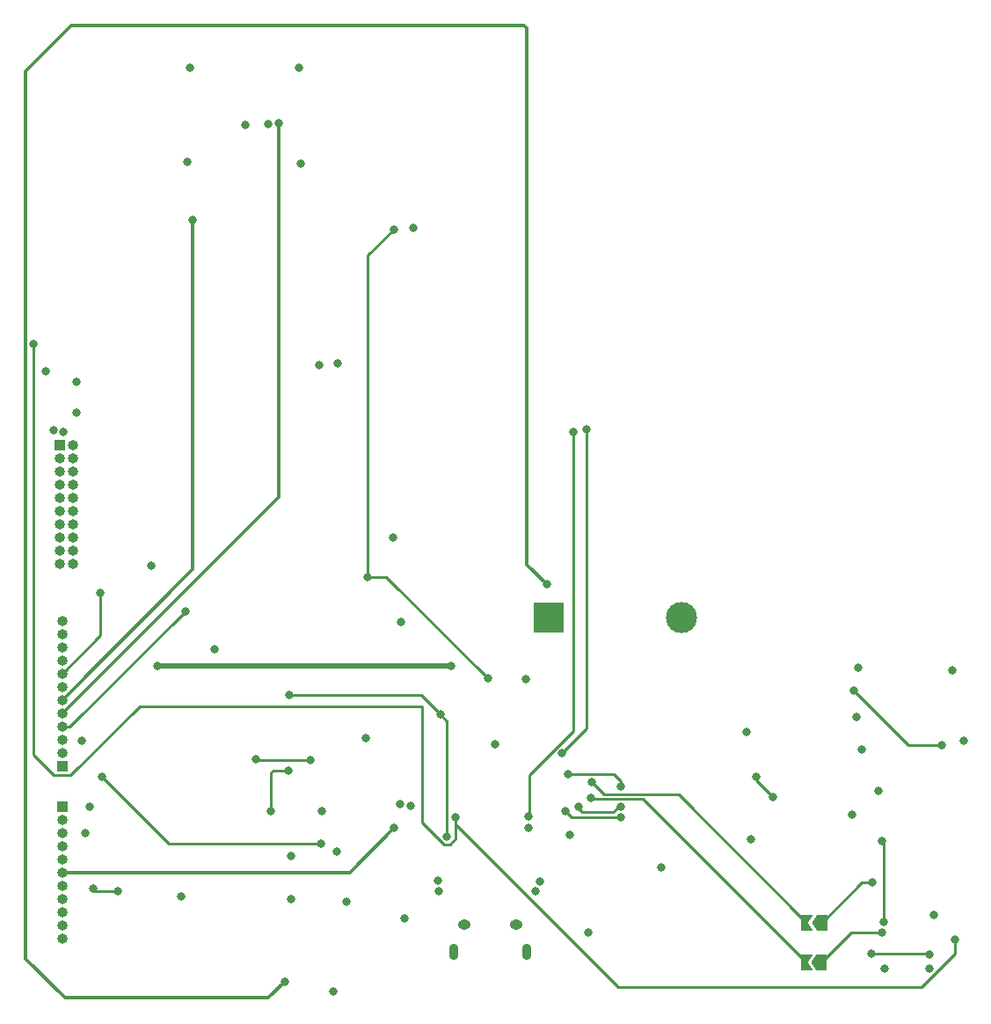
<source format=gbr>
%TF.GenerationSoftware,KiCad,Pcbnew,7.0.7*%
%TF.CreationDate,2023-11-17T10:09:11-08:00*%
%TF.ProjectId,Final_Project_Sutton_Yazzolino,46696e61-6c5f-4507-926f-6a6563745f53,rev?*%
%TF.SameCoordinates,Original*%
%TF.FileFunction,Copper,L4,Bot*%
%TF.FilePolarity,Positive*%
%FSLAX46Y46*%
G04 Gerber Fmt 4.6, Leading zero omitted, Abs format (unit mm)*
G04 Created by KiCad (PCBNEW 7.0.7) date 2023-11-17 10:09:11*
%MOMM*%
%LPD*%
G01*
G04 APERTURE LIST*
G04 Aperture macros list*
%AMFreePoly0*
4,1,6,1.000000,0.000000,0.500000,-0.750000,-0.500000,-0.750000,-0.500000,0.750000,0.500000,0.750000,1.000000,0.000000,1.000000,0.000000,$1*%
%AMFreePoly1*
4,1,6,0.500000,-0.750000,-0.650000,-0.750000,-0.150000,0.000000,-0.650000,0.750000,0.500000,0.750000,0.500000,-0.750000,0.500000,-0.750000,$1*%
G04 Aperture macros list end*
%TA.AperFunction,ComponentPad*%
%ADD10R,1.000000X1.000000*%
%TD*%
%TA.AperFunction,ComponentPad*%
%ADD11O,1.000000X1.000000*%
%TD*%
%TA.AperFunction,SMDPad,CuDef*%
%ADD12FreePoly0,180.000000*%
%TD*%
%TA.AperFunction,SMDPad,CuDef*%
%ADD13FreePoly1,180.000000*%
%TD*%
%TA.AperFunction,ComponentPad*%
%ADD14O,1.250000X0.950000*%
%TD*%
%TA.AperFunction,ComponentPad*%
%ADD15O,0.890000X1.550000*%
%TD*%
%TA.AperFunction,ComponentPad*%
%ADD16R,3.000000X3.000000*%
%TD*%
%TA.AperFunction,ComponentPad*%
%ADD17C,3.000000*%
%TD*%
%TA.AperFunction,ViaPad*%
%ADD18C,0.800000*%
%TD*%
%TA.AperFunction,Conductor*%
%ADD19C,0.250000*%
%TD*%
%TA.AperFunction,Conductor*%
%ADD20C,0.304800*%
%TD*%
%TA.AperFunction,Conductor*%
%ADD21C,0.508000*%
%TD*%
G04 APERTURE END LIST*
D10*
%TO.P,WifiModule1,1,Vin*%
%TO.N,+3.3V*%
X104950000Y-122295000D03*
D11*
%TO.P,WifiModule1,2,3V*%
%TO.N,unconnected-(WifiModule1-3V-Pad2)*%
X104950000Y-121025000D03*
%TO.P,WifiModule1,3,GND*%
%TO.N,GND*%
X104950000Y-119755000D03*
%TO.P,WifiModule1,4,SCK*%
%TO.N,/SPI-CLK*%
X104950000Y-118485000D03*
%TO.P,WifiModule1,5,MISO*%
%TO.N,/SPI_MISO*%
X104950000Y-117215000D03*
%TO.P,WifiModule1,6,MOSI*%
%TO.N,/SPI_MOSI*%
X104950000Y-115945000D03*
%TO.P,WifiModule1,7,CS*%
%TO.N,/Wifi_CS*%
X104950000Y-114675000D03*
%TO.P,WifiModule1,8,BUSY*%
%TO.N,/Wifi_BUSY*%
X104950000Y-113405000D03*
%TO.P,WifiModule1,9,RST*%
%TO.N,/reset*%
X104950000Y-112135000D03*
%TO.P,WifiModule1,10,GP0*%
%TO.N,unconnected-(WifiModule1-GP0-Pad10)*%
X104950000Y-110865000D03*
%TO.P,WifiModule1,11,RXI*%
%TO.N,/Wifi_RXI*%
X104950000Y-109595000D03*
%TO.P,WifiModule1,12,TXO*%
%TO.N,/Wifi_TXO*%
X104950000Y-108325000D03*
%TD*%
D10*
%TO.P,LEDmodule1,1,Vin*%
%TO.N,+3.3V*%
X105000000Y-126190000D03*
D11*
%TO.P,LEDmodule1,2,3V*%
%TO.N,unconnected-(LEDmodule1-3V-Pad2)*%
X105000000Y-127460000D03*
%TO.P,LEDmodule1,3,GND*%
%TO.N,GND*%
X105000000Y-128730000D03*
%TO.P,LEDmodule1,4,SCK*%
%TO.N,/SPI-CLK*%
X105000000Y-130000000D03*
%TO.P,LEDmodule1,5,MISO*%
%TO.N,/SPI_MISO*%
X105000000Y-131270000D03*
%TO.P,LEDmodule1,6,MOSI*%
%TO.N,/SPI_MOSI*%
X105000000Y-132540000D03*
%TO.P,LEDmodule1,7,TFTCS*%
%TO.N,/LED_TFTCS*%
X105000000Y-133810000D03*
%TO.P,LEDmodule1,8,RST*%
%TO.N,/LEDreset*%
X105000000Y-135080000D03*
%TO.P,LEDmodule1,9,DC*%
%TO.N,/LED_DC*%
X105000000Y-136350000D03*
%TO.P,LEDmodule1,10,SDCS*%
%TO.N,unconnected-(LEDmodule1-SDCS-Pad10)*%
X105000000Y-137620000D03*
%TO.P,LEDmodule1,11,LIT*%
%TO.N,unconnected-(LEDmodule1-LIT-Pad11)*%
X105000000Y-138890000D03*
%TD*%
D10*
%TO.P,J3,1,VTref*%
%TO.N,+3.3V*%
X104730000Y-91430000D03*
D11*
%TO.P,J3,2,SWDIO/TMS*%
%TO.N,/I2C-SWDIO*%
X106000000Y-91430000D03*
%TO.P,J3,3,GND*%
%TO.N,GND*%
X104730000Y-92700000D03*
%TO.P,J3,4,SWDCLK/TCK*%
%TO.N,/I2C-SWCLK*%
X106000000Y-92700000D03*
%TO.P,J3,5,GND*%
%TO.N,GND*%
X104730000Y-93970000D03*
%TO.P,J3,6,SWO/TDO*%
%TO.N,unconnected-(J3-SWO{slash}TDO-Pad6)*%
X106000000Y-93970000D03*
%TO.P,J3,7,KEY*%
%TO.N,unconnected-(J3-KEY-Pad7)*%
X104730000Y-95240000D03*
%TO.P,J3,8,NC/TDI*%
%TO.N,unconnected-(J3-NC{slash}TDI-Pad8)*%
X106000000Y-95240000D03*
%TO.P,J3,9,GNDDetect*%
%TO.N,Net-(J3-GNDDetect)*%
X104730000Y-96510000D03*
%TO.P,J3,10,~{RESET}*%
%TO.N,/reset*%
X106000000Y-96510000D03*
%TO.P,J3,11*%
%TO.N,N/C*%
X104730000Y-97780000D03*
%TO.P,J3,12*%
X106000000Y-97780000D03*
%TO.P,J3,13*%
X104730000Y-99050000D03*
%TO.P,J3,14*%
X106000000Y-99050000D03*
%TO.P,J3,15*%
X104730000Y-100320000D03*
%TO.P,J3,16*%
X106000000Y-100320000D03*
%TO.P,J3,17*%
X104730000Y-101590000D03*
%TO.P,J3,18*%
X106000000Y-101590000D03*
%TO.P,J3,19*%
X104730000Y-102860000D03*
%TO.P,J3,20*%
X106000000Y-102860000D03*
%TD*%
D12*
%TO.P,JP2,1,A*%
%TO.N,Net-(JP2-A)*%
X178050000Y-141175000D03*
D13*
%TO.P,JP2,2,B*%
%TO.N,/PulseOx_RD*%
X176600000Y-141175000D03*
%TD*%
D12*
%TO.P,JP1,1,A*%
%TO.N,Net-(JP1-A)*%
X178100000Y-137325000D03*
D13*
%TO.P,JP1,2,B*%
%TO.N,/PulseOx_IRD*%
X176650000Y-137325000D03*
%TD*%
D14*
%TO.P,J2,6,Shield*%
%TO.N,GND*%
X148700000Y-137500000D03*
D15*
X149700000Y-140200000D03*
D14*
X143700000Y-137500000D03*
D15*
X142700000Y-140200000D03*
%TD*%
D16*
%TO.P,BT1,1,+*%
%TO.N,+BATT*%
X151800000Y-108000000D03*
D17*
%TO.P,BT1,2,-*%
%TO.N,GND*%
X164600000Y-108000000D03*
%TD*%
D18*
%TO.N,/SPI-CLK*%
X128825000Y-121725000D03*
X123625000Y-121625000D03*
%TO.N,+3.3V*%
X116400000Y-134850000D03*
%TO.N,GND*%
X181000000Y-126950000D03*
%TO.N,/I2C-CLK*%
X190900000Y-139000000D03*
%TO.N,GND*%
X171275000Y-129350000D03*
%TO.N,+3.3V*%
X162675000Y-132025000D03*
X113500000Y-103000000D03*
%TO.N,/Wifi_BUSY*%
X108650000Y-105600000D03*
%TO.N,/SD_CMD*%
X126850000Y-115450000D03*
X126725000Y-122675000D03*
X125075000Y-126650000D03*
%TO.N,/I2C-CLK*%
X106300000Y-85275000D03*
X102200000Y-81625000D03*
X142850000Y-127200000D03*
%TO.N,/SPI_MISO*%
X108825000Y-123350000D03*
X129900000Y-129725000D03*
%TO.N,+3.3V*%
X129975000Y-126600000D03*
%TO.N,GND*%
X131075000Y-144000000D03*
%TO.N,+3.3V*%
X137550000Y-108400000D03*
X119625000Y-111000000D03*
%TO.N,/PulseOx_RD*%
X155850000Y-125375000D03*
%TO.N,GND*%
X153800000Y-128863000D03*
%TO.N,+3.3V*%
X149875000Y-128250000D03*
%TO.N,/PulseOx_IRD*%
X155925000Y-123799500D03*
%TO.N,Net-(JP2-A)*%
X183912500Y-138289999D03*
%TO.N,Net-(JP1-A)*%
X182950000Y-133500000D03*
%TO.N,GND*%
X149575000Y-113900000D03*
%TO.N,Net-(LDO3.3V1-SS)*%
X181175000Y-115000000D03*
X189650000Y-120225000D03*
%TO.N,GND*%
X191750000Y-119850000D03*
%TO.N,Net-(LDO1.8V1-VO)*%
X173425000Y-125250000D03*
X171825000Y-123325000D03*
%TO.N,GND*%
X181925000Y-120650000D03*
X170825000Y-119025000D03*
%TO.N,+3.3V*%
X181475000Y-117525000D03*
X181625000Y-112850000D03*
%TO.N,GND*%
X190700000Y-113050000D03*
%TO.N,/PulseOx_INT*%
X184050000Y-137300000D03*
X183900000Y-129450000D03*
%TO.N,GND*%
X188875000Y-136625000D03*
%TO.N,/PulseOx_INT*%
X158725000Y-124250000D03*
X153650000Y-123075000D03*
%TO.N,GND*%
X183575000Y-124625000D03*
%TO.N,/TempSensor_INT*%
X188475000Y-140375000D03*
X182900000Y-140350000D03*
X158725000Y-127175000D03*
X153450000Y-126600000D03*
%TO.N,/TempSensor_ADDR*%
X154650000Y-126175000D03*
X158750000Y-126175000D03*
%TO.N,+3.3V*%
X184125000Y-141775000D03*
%TO.N,GND*%
X188450000Y-141750000D03*
%TO.N,/VDDA*%
X145925000Y-113800000D03*
%TO.N,+3.3V*%
X137480803Y-125972153D03*
%TO.N,GND*%
X138475000Y-126075000D03*
%TO.N,+3.3V*%
X141210377Y-134293389D03*
X137900000Y-136925000D03*
X155575000Y-138325000D03*
%TO.N,GND*%
X150525000Y-134300000D03*
%TO.N,+3.3V*%
X151000000Y-133350000D03*
%TO.N,GND*%
X131525000Y-83550000D03*
%TO.N,+3.3V*%
X129725000Y-83675000D03*
%TO.N,/VDDA*%
X134375000Y-104050000D03*
X136875000Y-70625000D03*
%TO.N,+3.3V*%
X136825000Y-100300000D03*
%TO.N,GND*%
X138750000Y-70475000D03*
X146600000Y-120200000D03*
%TO.N,/SPI_MOSI*%
X136925000Y-128250000D03*
%TO.N,/LED_TFTCS*%
X107975000Y-134100000D03*
X110300000Y-134275000D03*
%TO.N,/I2C-SWDIO*%
X153074799Y-121024799D03*
X155425000Y-89850000D03*
%TO.N,/I2C-SWCLK*%
X149875000Y-127150000D03*
X154200000Y-90150000D03*
%TO.N,+3.3V*%
X134200000Y-119600000D03*
%TO.N,/reset*%
X142450000Y-112675000D03*
X114125000Y-112680500D03*
%TO.N,/SD_CMD*%
X142000000Y-129075000D03*
X141375000Y-117325000D03*
%TO.N,GND*%
X117025000Y-64100000D03*
X127950000Y-64275000D03*
%TO.N,/SPI-CLK*%
X116800000Y-107350000D03*
%TO.N,/SPI_MISO*%
X125796558Y-60373342D03*
%TO.N,/SPI_MOSI*%
X117550000Y-69750000D03*
%TO.N,GND*%
X117250000Y-55050000D03*
X127725000Y-55075000D03*
X124800000Y-60450000D03*
%TO.N,+3.3V*%
X122575000Y-60550000D03*
X131425000Y-130500000D03*
X127000000Y-130950000D03*
X105079099Y-90134970D03*
X106300000Y-88225000D03*
%TO.N,GND*%
X103350000Y-84275000D03*
X104101900Y-89925000D03*
X106825000Y-119800000D03*
X107175000Y-128700000D03*
X127000000Y-135075000D03*
X132350000Y-135350000D03*
X141100000Y-133300000D03*
%TO.N,+3.3V*%
X107625000Y-126200000D03*
%TO.N,+BATT*%
X151600000Y-104800000D03*
X126400000Y-143000000D03*
%TD*%
D19*
%TO.N,/SPI-CLK*%
X123725000Y-121725000D02*
X123625000Y-121625000D01*
X128825000Y-121725000D02*
X123725000Y-121725000D01*
%TO.N,/I2C-CLK*%
X158500000Y-143550000D02*
X142850000Y-127900000D01*
X187675305Y-143550000D02*
X158500000Y-143550000D01*
X190900000Y-140325305D02*
X187675305Y-143550000D01*
X142850000Y-127900000D02*
X142850000Y-127200000D01*
X190900000Y-139000000D02*
X190900000Y-140325305D01*
%TO.N,/Wifi_BUSY*%
X108650000Y-109705000D02*
X104950000Y-113405000D01*
X108650000Y-105600000D02*
X108650000Y-109705000D01*
%TO.N,/SD_CMD*%
X139500000Y-115450000D02*
X141375000Y-117325000D01*
X126850000Y-115450000D02*
X139500000Y-115450000D01*
X125275000Y-122675000D02*
X126725000Y-122675000D01*
X125075000Y-122875000D02*
X125275000Y-122675000D01*
X125075000Y-126650000D02*
X125075000Y-122875000D01*
%TO.N,/I2C-CLK*%
X102200000Y-121195000D02*
X102200000Y-81625000D01*
X104125000Y-123120000D02*
X102200000Y-121195000D01*
X105775000Y-123120000D02*
X104125000Y-123120000D01*
X139650000Y-127750305D02*
X139650000Y-116500305D01*
X141699695Y-129800000D02*
X139650000Y-127750305D01*
X142300305Y-129800000D02*
X141699695Y-129800000D01*
X142850000Y-129250305D02*
X142300305Y-129800000D01*
X139650000Y-116500305D02*
X112394695Y-116500305D01*
X112394695Y-116500305D02*
X105775000Y-123120000D01*
X142850000Y-127200000D02*
X142850000Y-129250305D01*
%TO.N,/SPI_MISO*%
X115200000Y-129725000D02*
X129900000Y-129725000D01*
X108825000Y-123350000D02*
X115200000Y-129725000D01*
%TO.N,/PulseOx_RD*%
X155850000Y-125375000D02*
X155925000Y-125450000D01*
X160875000Y-125450000D02*
X176600000Y-141175000D01*
X155925000Y-125450000D02*
X160875000Y-125450000D01*
%TO.N,/PulseOx_IRD*%
X155925000Y-123799500D02*
X157125500Y-125000000D01*
X157125500Y-125000000D02*
X164325000Y-125000000D01*
X164325000Y-125000000D02*
X176650000Y-137325000D01*
%TO.N,/PulseOx_INT*%
X158725000Y-123750000D02*
X158725000Y-124250000D01*
X158050000Y-123075000D02*
X158725000Y-123750000D01*
X153650000Y-123075000D02*
X158050000Y-123075000D01*
%TO.N,/TempSensor_ADDR*%
X158000000Y-126725000D02*
X158550000Y-126175000D01*
X158550000Y-126175000D02*
X158750000Y-126175000D01*
X155025000Y-126725000D02*
X158000000Y-126725000D01*
X154650000Y-126350000D02*
X155025000Y-126725000D01*
X154650000Y-126175000D02*
X154650000Y-126350000D01*
X154650000Y-126250000D02*
X154675000Y-126275000D01*
%TO.N,Net-(JP2-A)*%
X183912500Y-138289999D02*
X180935001Y-138289999D01*
X180935001Y-138289999D02*
X178050000Y-141175000D01*
%TO.N,Net-(JP1-A)*%
X182950000Y-133500000D02*
X181925000Y-133500000D01*
X181925000Y-133500000D02*
X178100000Y-137325000D01*
%TO.N,Net-(LDO3.3V1-SS)*%
X186400000Y-120225000D02*
X181175000Y-115000000D01*
X189650000Y-120225000D02*
X186400000Y-120225000D01*
%TO.N,Net-(LDO1.8V1-VO)*%
X171825000Y-123650000D02*
X173425000Y-125250000D01*
X171825000Y-123325000D02*
X171825000Y-123650000D01*
%TO.N,/PulseOx_INT*%
X184050000Y-129600000D02*
X183900000Y-129450000D01*
X184050000Y-137300000D02*
X184050000Y-129600000D01*
%TO.N,/TempSensor_INT*%
X188450000Y-140350000D02*
X188475000Y-140375000D01*
X182900000Y-140350000D02*
X188450000Y-140350000D01*
X154025000Y-127175000D02*
X158725000Y-127175000D01*
X153450000Y-126600000D02*
X154025000Y-127175000D01*
%TO.N,/VDDA*%
X145925000Y-113800000D02*
X136175000Y-104050000D01*
X136175000Y-104050000D02*
X134375000Y-104050000D01*
X134375000Y-104050000D02*
X134375000Y-73125000D01*
X134375000Y-73125000D02*
X136875000Y-70625000D01*
D20*
%TO.N,/SPI_MOSI*%
X132635000Y-132540000D02*
X136925000Y-128250000D01*
X105000000Y-132540000D02*
X132635000Y-132540000D01*
D19*
%TO.N,/LED_TFTCS*%
X110300000Y-134275000D02*
X108150000Y-134275000D01*
X108150000Y-134275000D02*
X107975000Y-134100000D01*
%TO.N,/I2C-SWDIO*%
X155425000Y-118674598D02*
X153074799Y-121024799D01*
X155425000Y-89850000D02*
X155425000Y-118674598D01*
%TO.N,/I2C-SWCLK*%
X149975000Y-127050000D02*
X149875000Y-127150000D01*
X149975000Y-123100000D02*
X149975000Y-127050000D01*
X154200000Y-118875000D02*
X149975000Y-123100000D01*
X154200000Y-90150000D02*
X154200000Y-118875000D01*
D21*
%TO.N,/reset*%
X114130500Y-112675000D02*
X114125000Y-112680500D01*
X142450000Y-112675000D02*
X114130500Y-112675000D01*
D19*
%TO.N,/SD_CMD*%
X142000000Y-117950000D02*
X142000000Y-129075000D01*
X141375000Y-117325000D02*
X142000000Y-117950000D01*
%TO.N,/SPI-CLK*%
X116800000Y-107350000D02*
X105665000Y-118485000D01*
X105665000Y-118485000D02*
X104950000Y-118485000D01*
D20*
%TO.N,/SPI_MISO*%
X125796558Y-96368442D02*
X125796558Y-60373342D01*
X104950000Y-117215000D02*
X125796558Y-96368442D01*
%TO.N,/SPI_MOSI*%
X117550000Y-103345000D02*
X117550000Y-69750000D01*
X104950000Y-115945000D02*
X117550000Y-103345000D01*
%TO.N,+BATT*%
X124800000Y-144600000D02*
X126400000Y-143000000D01*
X105200000Y-144600000D02*
X124800000Y-144600000D01*
X101400000Y-55400000D02*
X101400000Y-140800000D01*
X105800000Y-51000000D02*
X101400000Y-55400000D01*
X149400000Y-51000000D02*
X105800000Y-51000000D01*
X149694400Y-102894400D02*
X149694400Y-51294400D01*
X149694400Y-51294400D02*
X149400000Y-51000000D01*
X151600000Y-104800000D02*
X149694400Y-102894400D01*
X101400000Y-140800000D02*
X105200000Y-144600000D01*
%TD*%
M02*

</source>
